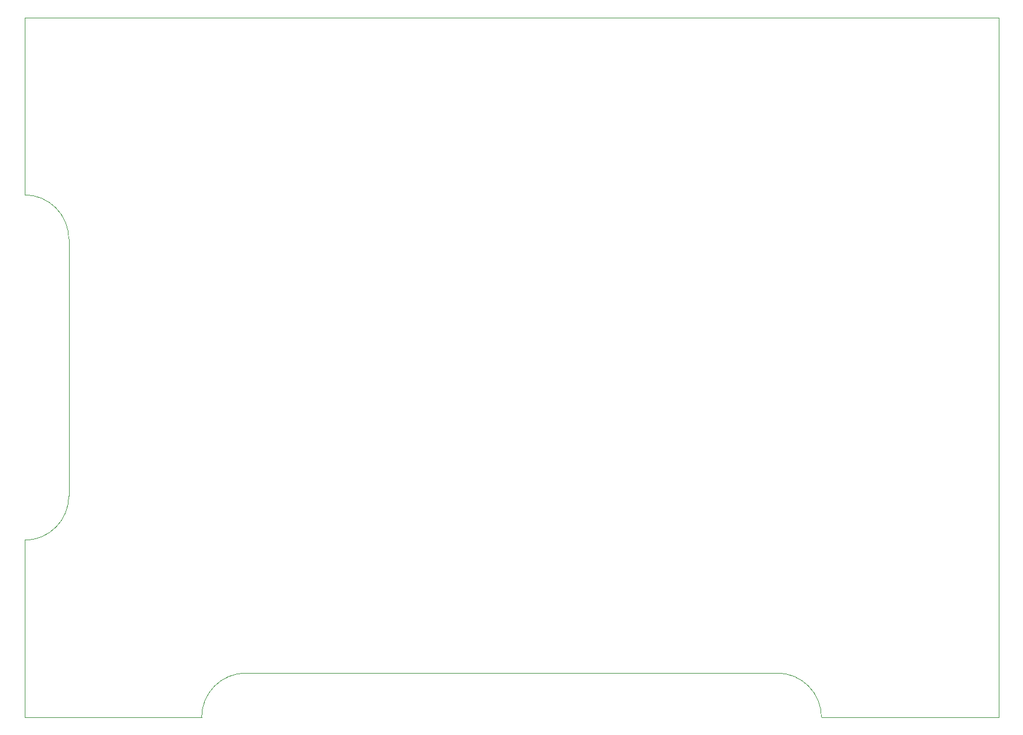
<source format=gm1>
G04 #@! TF.GenerationSoftware,KiCad,Pcbnew,(5.1.10-1-10_14)*
G04 #@! TF.CreationDate,2021-12-21T22:20:50-08:00*
G04 #@! TF.ProjectId,power,706f7765-722e-46b6-9963-61645f706362,rev?*
G04 #@! TF.SameCoordinates,Original*
G04 #@! TF.FileFunction,Profile,NP*
%FSLAX46Y46*%
G04 Gerber Fmt 4.6, Leading zero omitted, Abs format (unit mm)*
G04 Created by KiCad (PCBNEW (5.1.10-1-10_14)) date 2021-12-21 22:20:50*
%MOMM*%
%LPD*%
G01*
G04 APERTURE LIST*
G04 #@! TA.AperFunction,Profile*
%ADD10C,0.050000*%
G04 #@! TD*
G04 APERTURE END LIST*
D10*
X31750000Y-57150000D02*
X31750000Y-93980000D01*
X31750000Y-93980000D02*
G75*
G02*
X25400000Y-100330000I-6350000J0D01*
G01*
X57150000Y-119380000D02*
X133350000Y-119380000D01*
X50800000Y-125730000D02*
G75*
G02*
X57150000Y-119380000I6350000J0D01*
G01*
X25400000Y-125730000D02*
X50800000Y-125730000D01*
X25400000Y-125730000D02*
X25400000Y-100330000D01*
X133350000Y-119380000D02*
G75*
G02*
X139700000Y-125730000I0J-6350000D01*
G01*
X25400000Y-50800000D02*
G75*
G02*
X31750000Y-57150000I0J-6350000D01*
G01*
X25400000Y-25400000D02*
X25400000Y-50800000D01*
X25400000Y-25400000D02*
X165100000Y-25400000D01*
X165100000Y-125730000D02*
X139700000Y-125730000D01*
X165100000Y-25400000D02*
X165100000Y-125730000D01*
M02*

</source>
